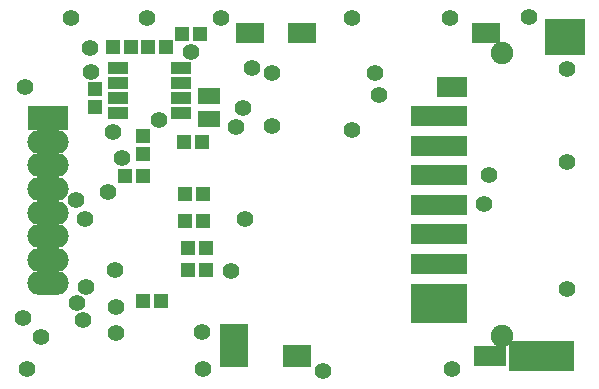
<source format=gts>
G04 (created by PCBNEW-RS274X (2011-11-27 BZR 3249)-stable) date 21/02/2012 2:28:41 p.m.*
G01*
G70*
G90*
%MOIN*%
G04 Gerber Fmt 3.4, Leading zero omitted, Abs format*
%FSLAX34Y34*%
G04 APERTURE LIST*
%ADD10C,0.006000*%
%ADD11R,0.075000X0.055000*%
%ADD12R,0.065000X0.040000*%
%ADD13R,0.045000X0.051500*%
%ADD14R,0.096800X0.075100*%
%ADD15R,0.094800X0.071200*%
%ADD16R,0.134200X0.122400*%
%ADD17R,0.106600X0.070200*%
%ADD18R,0.114500X0.102700*%
%ADD19R,0.106600X0.102700*%
%ADD20C,0.075100*%
%ADD21R,0.189300X0.067200*%
%ADD22R,0.098700X0.067200*%
%ADD23R,0.051500X0.045000*%
%ADD24O,0.138100X0.079100*%
%ADD25R,0.138100X0.079100*%
%ADD26C,0.055000*%
G04 APERTURE END LIST*
G54D10*
G54D11*
X30677Y-23597D03*
X30677Y-24347D03*
G54D12*
X27631Y-24152D03*
X29731Y-24152D03*
X27631Y-23652D03*
X27631Y-23152D03*
X27631Y-22652D03*
X29731Y-23652D03*
X29731Y-23152D03*
X29731Y-22652D03*
G54D13*
X28080Y-21933D03*
X27480Y-21933D03*
X29846Y-25118D03*
X30446Y-25118D03*
X28629Y-21933D03*
X29229Y-21933D03*
G54D14*
X31504Y-32252D03*
X31504Y-31543D03*
G54D15*
X32055Y-21465D03*
X33768Y-21465D03*
X39910Y-21465D03*
G54D16*
X42547Y-21622D03*
G54D14*
X33591Y-32252D03*
G54D17*
X40028Y-32252D03*
G54D18*
X41228Y-32252D03*
G54D19*
X42311Y-32252D03*
G54D20*
X40441Y-31583D03*
X40441Y-22134D03*
G54D21*
X38339Y-30805D03*
X38339Y-30165D03*
X38339Y-29181D03*
X38339Y-28197D03*
X38339Y-27213D03*
X38339Y-26228D03*
X38339Y-25244D03*
X38339Y-24260D03*
G54D22*
X38768Y-23276D03*
G54D13*
X28468Y-30409D03*
X29068Y-30409D03*
X29759Y-21504D03*
X30359Y-21504D03*
X30489Y-26854D03*
X29889Y-26854D03*
X30560Y-29394D03*
X29960Y-29394D03*
G54D23*
X28488Y-24917D03*
X28488Y-25517D03*
G54D13*
X29960Y-28634D03*
X30560Y-28634D03*
X29889Y-27744D03*
X30489Y-27744D03*
X27885Y-26260D03*
X28485Y-26260D03*
G54D23*
X26870Y-23946D03*
X26870Y-23346D03*
G54D24*
X25311Y-25895D03*
X25311Y-25108D03*
G54D25*
X25311Y-24320D03*
G54D24*
X25311Y-26682D03*
X25311Y-27470D03*
X25311Y-28257D03*
X25311Y-29044D03*
X25311Y-29831D03*
G54D26*
X26551Y-27697D03*
X26579Y-29933D03*
X32776Y-22803D03*
X36209Y-22819D03*
X26461Y-31043D03*
X39854Y-27197D03*
X32776Y-24571D03*
X27465Y-24783D03*
X24457Y-30969D03*
X42598Y-30004D03*
X30079Y-22110D03*
X31579Y-24630D03*
X30461Y-32685D03*
X31882Y-27697D03*
X25071Y-31606D03*
X35433Y-24728D03*
X26709Y-21969D03*
X26724Y-22780D03*
X27315Y-26776D03*
X34480Y-32764D03*
X28598Y-20984D03*
X26079Y-20996D03*
X38760Y-32685D03*
X31079Y-20972D03*
X41331Y-20957D03*
X27760Y-25646D03*
X29012Y-24370D03*
X31402Y-29425D03*
X27559Y-30626D03*
X26272Y-30465D03*
X26244Y-27063D03*
X24528Y-23283D03*
X42598Y-25772D03*
X36331Y-23555D03*
X38720Y-20984D03*
X24598Y-32697D03*
X27551Y-29386D03*
X42614Y-22665D03*
X35433Y-20988D03*
X27559Y-31465D03*
X30449Y-31433D03*
X32106Y-22642D03*
X40020Y-26220D03*
X31811Y-23965D03*
M02*

</source>
